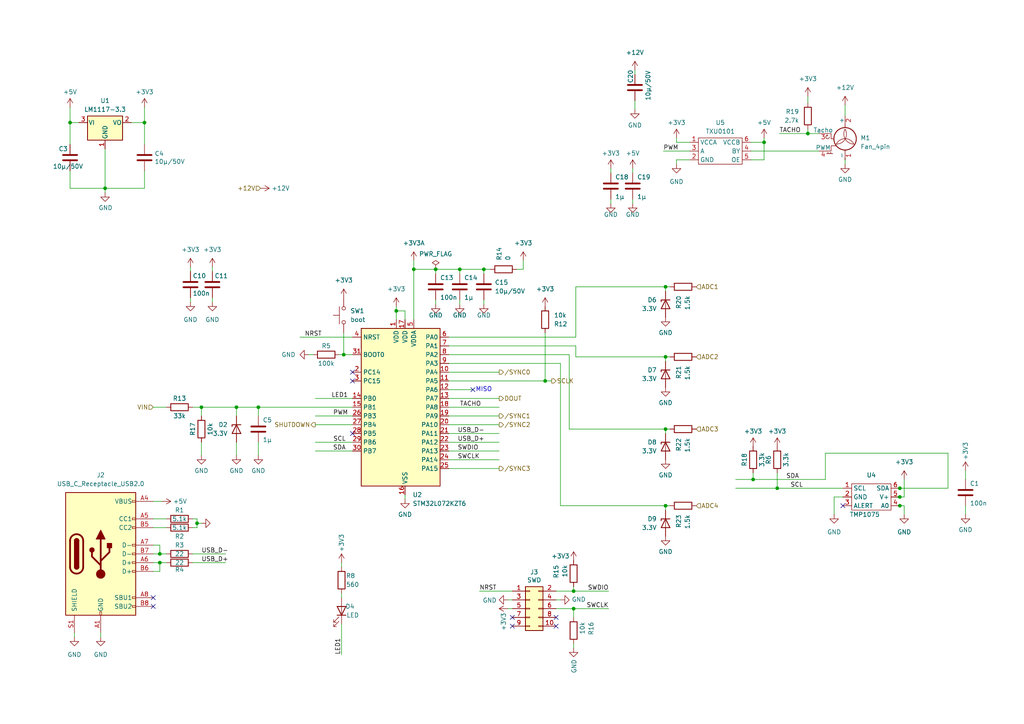
<source format=kicad_sch>
(kicad_sch (version 20250114) (generator "eeschema") (generator_version "9.0")
  (paper "A4")
  (lib_symbols
    (symbol "+3V3_1" (power) (pin_numbers (hide yes)) (pin_names (offset 0) (hide yes))
      (property "Value" "+3V3" (at 0 3.556 0))
      (symbol "+3V3_1_1_1"
        (pin power_in line (at 0 0 90) (length 0) (name "~") (number "1"))
      )
    )
    (symbol "Connector:USB_C_Receptacle_USB2.0" (pin_names (offset 1.016))
      (property "Reference" "J" (at -10.16 19.05 0))
      (property "Value" "USB_C_Receptacle_USB2.0" (at 19.05 19.05 0))
      (symbol "USB_C_Receptacle_USB2.0_1_1"
        (pin passive line (at -7.62 -22.86 90) (length 5.08) (name "SHIELD") (number "S1"))
        (pin passive line (at 0 -22.86 90) (length 5.08) (name "GND") (number "A1"))
        (pin passive line (at 0 -22.86 90) (length 5.08) (hide yes) (name "GND") (number "A12"))
        (pin passive line (at 0 -22.86 90) (length 5.08) (hide yes) (name "GND") (number "B1"))
        (pin passive line (at 0 -22.86 90) (length 5.08) (hide yes) (name "GND") (number "B12"))
        (pin passive line (at 15.24 15.24 180) (length 5.08) (name "VBUS") (number "A4"))
        (pin passive line (at 15.24 15.24 180) (length 5.08) (hide yes) (name "VBUS") (number "A9"))
        (pin passive line (at 15.24 15.24 180) (length 5.08) (hide yes) (name "VBUS") (number "B4"))
        (pin passive line (at 15.24 15.24 180) (length 5.08) (hide yes) (name "VBUS") (number "B9"))
        (pin bidirectional line (at 15.24 10.16 180) (length 5.08) (name "CC1") (number "A5"))
        (pin bidirectional line (at 15.24 7.62 180) (length 5.08) (name "CC2") (number "B5"))
        (pin bidirectional line (at 15.24 2.54 180) (length 5.08) (name "D-") (number "A7"))
        (pin bidirectional line (at 15.24 0 180) (length 5.08) (name "D-") (number "B7"))
        (pin bidirectional line (at 15.24 -2.54 180) (length 5.08) (name "D+") (number "A6"))
        (pin bidirectional line (at 15.24 -5.08 180) (length 5.08) (name "D+") (number "B6"))
        (pin bidirectional line (at 15.24 -12.7 180) (length 5.08) (name "SBU1") (number "A8"))
        (pin bidirectional line (at 15.24 -15.24 180) (length 5.08) (name "SBU2") (number "B8"))
      )
    )
    (symbol "Device:C" (pin_numbers (hide yes)) (pin_names (offset 0.254))
      (property "Reference" "C" (at 0.635 2.54 0))
      (property "Value" "C" (at 0.635 -2.54 0))
      (symbol "C_1_1"
        (pin passive line (at 0 3.81 270) (length 2.794) (name "~") (number "1"))
        (pin passive line (at 0 -3.81 90) (length 2.794) (name "~") (number "2"))
      )
    )
    (symbol "Device:D_Zener" (pin_numbers (hide yes)) (pin_names (offset 1.016) (hide yes))
      (property "Reference" "D" (at 0 2.54 0))
      (property "Value" "D_Zener" (at 0 -2.54 0))
      (symbol "D_Zener_1_1"
        (pin passive line (at -3.81 0 0) (length 2.54) (name "K") (number "1"))
        (pin passive line (at 3.81 0 180) (length 2.54) (name "A") (number "2"))
      )
    )
    (symbol "Device:LED" (pin_numbers (hide yes)) (pin_names (offset 1.016) (hide yes))
      (property "Reference" "D" (at 0 2.54 0))
      (property "Value" "LED" (at 0 -2.54 0))
      (symbol "LED_1_1"
        (pin passive line (at -3.81 0 0) (length 2.54) (name "K") (number "1"))
        (pin passive line (at 3.81 0 180) (length 2.54) (name "A") (number "2"))
      )
    )
    (symbol "Device:R" (pin_numbers (hide yes)) (pin_names (offset 0))
      (property "Reference" "R" (at 2.032 0 90))
      (property "Value" "R" (at 0 0 90))
      (symbol "R_1_1"
        (pin passive line (at 0 3.81 270) (length 1.27) (name "~") (number "1"))
        (pin passive line (at 0 -3.81 90) (length 1.27) (name "~") (number "2"))
      )
    )
    (symbol "GND_1" (power) (pin_names (offset 0))
      (property "Value" "GND_1" (at 0 -3.81 0))
      (symbol "GND_1_1_1"
        (pin power_in line (at 0 0 270) (length 0) (hide yes) (name "GND") (number "1"))
      )
    )
    (symbol "MCU_ST_STM32L0:STM32L052K6Tx"
      (property "Reference" "U" (at -10.16 24.13 0))
      (property "Value" "STM32L052K6Tx" (at 7.62 24.13 0))
      (symbol "STM32L052K6Tx_1_1"
        (pin input line (at -12.7 20.32 0) (length 2.54) (name "NRST") (number "4"))
        (pin input line (at -12.7 15.24 0) (length 2.54) (name "BOOT0") (number "31"))
        (pin bidirectional line (at -12.7 10.16 0) (length 2.54) (name "PC14") (number "2"))
        (pin bidirectional line (at -12.7 7.62 0) (length 2.54) (name "PC15") (number "3"))
        (pin bidirectional line (at -12.7 2.54 0) (length 2.54) (name "PB0") (number "14"))
        (pin bidirectional line (at -12.7 0 0) (length 2.54) (name "PB1") (number "15"))
        (pin bidirectional line (at -12.7 -2.54 0) (length 2.54) (name "PB3") (number "26"))
        (pin bidirectional line (at -12.7 -5.08 0) (length 2.54) (name "PB4") (number "27"))
        (pin bidirectional line (at -12.7 -7.62 0) (length 2.54) (name "PB5") (number "28"))
        (pin bidirectional line (at -12.7 -10.16 0) (length 2.54) (name "PB6") (number "29"))
        (pin bidirectional line (at -12.7 -12.7 0) (length 2.54) (name "PB7") (number "30"))
        (pin power_in line (at 0 25.4 270) (length 2.54) (name "VDD") (number "1"))
        (pin power_in line (at 2.54 25.4 270) (length 2.54) (name "VDD") (number "17"))
        (pin power_in line (at 2.54 -25.4 90) (length 2.54) (name "VSS") (number "16"))
        (pin passive line (at 2.54 -25.4 90) (length 2.54) (hide yes) (name "VSS") (number "32"))
        (pin power_in line (at 5.08 25.4 270) (length 2.54) (name "VDDA") (number "5"))
        (pin bidirectional line (at 15.24 20.32 180) (length 2.54) (name "PA0") (number "6"))
        (pin bidirectional line (at 15.24 17.78 180) (length 2.54) (name "PA1") (number "7"))
        (pin bidirectional line (at 15.24 15.24 180) (length 2.54) (name "PA2") (number "8"))
        (pin bidirectional line (at 15.24 12.7 180) (length 2.54) (name "PA3") (number "9"))
        (pin bidirectional line (at 15.24 10.16 180) (length 2.54) (name "PA4") (number "10"))
        (pin bidirectional line (at 15.24 7.62 180) (length 2.54) (name "PA5") (number "11"))
        (pin bidirectional line (at 15.24 5.08 180) (length 2.54) (name "PA6") (number "12"))
        (pin bidirectional line (at 15.24 2.54 180) (length 2.54) (name "PA7") (number "13"))
        (pin bidirectional line (at 15.24 0 180) (length 2.54) (name "PA8") (number "18"))
        (pin bidirectional line (at 15.24 -2.54 180) (length 2.54) (name "PA9") (number "19"))
        (pin bidirectional line (at 15.24 -5.08 180) (length 2.54) (name "PA10") (number "20"))
        (pin bidirectional line (at 15.24 -7.62 180) (length 2.54) (name "PA11") (number "21"))
        (pin bidirectional line (at 15.24 -10.16 180) (length 2.54) (name "PA12") (number "22"))
        (pin bidirectional line (at 15.24 -12.7 180) (length 2.54) (name "PA13") (number "23"))
        (pin bidirectional line (at 15.24 -15.24 180) (length 2.54) (name "PA14") (number "24"))
        (pin bidirectional line (at 15.24 -17.78 180) (length 2.54) (name "PA15") (number "25"))
      )
    )
    (symbol "Motor:Fan_4pin" (pin_names (offset 0))
      (property "Reference" "M" (at 2.54 5.08 0))
      (property "Value" "Fan_4pin" (at 2.54 -2.54 0))
      (symbol "Fan_4pin_1_1"
        (pin passive line (at -7.62 2.54 0) (length 2.54) (name "Tacho") (number "3"))
        (pin input line (at -7.62 -2.54 0) (length 2.54) (name "PWM") (number "4"))
        (pin passive line (at 0 7.62 270) (length 2.54) (name "+") (number "2"))
        (pin passive line (at 0 -5.08 90) (length 2.54) (name "-") (number "1"))
      )
    )
    (symbol "Regulator_Linear:AZ1117-3.3" (pin_names (offset 0.254))
      (property "Reference" "U" (at -3.81 3.175 0))
      (property "Value" "AZ1117-3.3" (at 0 3.175 0))
      (symbol "AZ1117-3.3_1_1"
        (pin power_in line (at -7.62 0 0) (length 2.54) (name "VI") (number "3"))
        (pin power_in line (at 0 -7.62 90) (length 2.54) (name "GND") (number "1"))
        (pin power_out line (at 7.62 0 180) (length 2.54) (name "VO") (number "2"))
      )
    )
    (symbol "Switch:SW_Push" (pin_numbers (hide yes)) (pin_names (offset 1.016) (hide yes))
      (property "Reference" "SW" (at 1.27 2.54 0))
      (property "Value" "SW_Push" (at 0 -1.524 0))
      (symbol "SW_Push_0_1"
        (pin passive line (at -5.08 0 0) (length 2.54) (name "1") (number "1"))
        (pin passive line (at 5.08 0 180) (length 2.54) (name "2") (number "2"))
      )
    )
    (symbol "clock-rescue:R" (pin_numbers (hide yes)) (pin_names (offset 0))
      (property "Reference" "R" (at 2.032 0 90))
      (property "Value" "R" (at 0 0 90))
      (symbol "R_1_1"
        (pin passive line (at 0 3.81 270) (length 1.27) (name "~") (number "1"))
        (pin passive line (at 0 -3.81 90) (length 1.27) (name "~") (number "2"))
      )
    )
    (symbol "dwc-hat-rescue:+3V3-power" (power) (pin_names (offset 0))
      (property "Value" "+3V3-power" (at 0 3.556 0))
      (symbol "+3V3-power_1_1"
        (pin power_in line (at 0 0 90) (length 0) (hide yes) (name "+3V3") (number "1"))
      )
    )
    (symbol "dwc-hat-rescue:Conn_02x05_Odd_Even-Connector_Generic" (pin_names (offset 1.016) (hide yes))
      (property "Reference" "J" (at 1.27 7.62 0))
      (property "Value" "Connector_Generic_Conn_02x05_Odd_Even" (at 1.27 -7.62 0))
      (symbol "Conn_02x05_Odd_Even-Connector_Generic_1_1"
        (pin passive line (at -5.08 5.08 0) (length 3.81) (name "Pin_1") (number "1"))
        (pin passive line (at -5.08 2.54 0) (length 3.81) (name "Pin_3") (number "3"))
        (pin passive line (at -5.08 0 0) (length 3.81) (name "Pin_5") (number "5"))
        (pin passive line (at -5.08 -2.54 0) (length 3.81) (name "Pin_7") (number "7"))
        (pin passive line (at -5.08 -5.08 0) (length 3.81) (name "Pin_9") (number "9"))
        (pin passive line (at 7.62 5.08 180) (length 3.81) (name "Pin_2") (number "2"))
        (pin passive line (at 7.62 2.54 180) (length 3.81) (name "Pin_4") (number "4"))
        (pin passive line (at 7.62 0 180) (length 3.81) (name "Pin_6") (number "6"))
        (pin passive line (at 7.62 -2.54 180) (length 3.81) (name "Pin_8") (number "8"))
        (pin passive line (at 7.62 -5.08 180) (length 3.81) (name "Pin_10") (number "10"))
      )
    )
    (symbol "dwc-hat-rescue:GND-power" (power) (pin_names (offset 0))
      (property "Value" "GND-power" (at 0 -3.81 0))
      (symbol "GND-power_1_1"
        (pin power_in line (at 0 0 270) (length 0) (hide yes) (name "GND") (number "1"))
      )
    )
    (symbol "dwc-hat-rescue:R-Device" (pin_numbers (hide yes)) (pin_names (offset 0))
      (property "Reference" "R" (at 2.032 0 90))
      (property "Value" "Device_R" (at 0 0 90))
      (symbol "R-Device_1_1"
        (pin passive line (at 0 3.81 270) (length 1.27) (name "~") (number "1"))
        (pin passive line (at 0 -3.81 90) (length 1.27) (name "~") (number "2"))
      )
    )
    (symbol "mylib7:+3V3A" (power) (pin_names (offset 0))
      (property "Value" "+3V3A" (at 0 3.556 0))
      (symbol "+3V3A_1_1"
        (pin power_in line (at 0 0 90) (length 0) (hide yes) (name "+3V3A") (number "1"))
      )
    )
    (symbol "mylib7:TMP1075-DRL-SOT563"
      (property "Reference" "U" (at -5.08 5.08 0))
      (symbol "TMP1075-DRL-SOT563_1_1"
        (pin open_collector line (at -8.89 2.54 0) (length 2.54) (name "SCL") (number "1"))
        (pin power_in line (at -8.89 0 0) (length 2.54) (name "GND") (number "2"))
        (pin open_collector line (at -8.89 -2.54 0) (length 2.54) (name "ALERT") (number "3"))
        (pin open_collector line (at 7.62 2.54 180) (length 2.54) (name "SDA") (number "6"))
        (pin power_in line (at 7.62 0 180) (length 2.54) (name "V+") (number "5"))
        (pin input line (at 7.62 -2.54 180) (length 2.54) (name "A0") (number "4"))
      )
    )
    (symbol "mylib7:TXU0101DCK"
      (property "Reference" "U" (at -5.08 5.08 0))
      (property "Value" "TXU0101" (at -1.27 -5.08 0))
      (symbol "TXU0101DCK_1_1"
        (pin power_in line (at -8.89 2.54 0) (length 2.54) (name "VCCA") (number "1"))
        (pin input line (at -8.89 0 0) (length 2.54) (name "A") (number "3"))
        (pin power_in line (at -8.89 -2.54 0) (length 2.54) (name "GND") (number "2"))
        (pin power_in line (at 8.89 2.54 180) (length 2.54) (name "VCCB") (number "6"))
        (pin output line (at 8.89 0 180) (length 2.54) (name "BY") (number "4"))
        (pin input line (at 8.89 -2.54 180) (length 2.54) (name "OE") (number "5"))
      )
    )
    (symbol "power:+12V" (power) (pin_names (offset 0))
      (property "Value" "+12V" (at 0 3.556 0))
      (symbol "+12V_1_1"
        (pin power_in line (at 0 0 90) (length 0) (hide yes) (name "+12V") (number "1"))
      )
    )
    (symbol "power:+3V3" (power) (pin_names (offset 0))
      (property "Value" "+3V3" (at 0 3.556 0))
      (symbol "+3V3_1_1"
        (pin power_in line (at 0 0 90) (length 0) (hide yes) (name "+3V3") (number "1"))
      )
    )
    (symbol "power:+5V" (power) (pin_names (offset 0))
      (property "Value" "+5V" (at 0 3.556 0))
      (symbol "+5V_1_1"
        (pin power_in line (at 0 0 90) (length 0) (hide yes) (name "+5V") (number "1"))
      )
    )
    (symbol "power:GND" (power) (pin_names (offset 0))
      (property "Value" "GND" (at 0 -3.81 0))
      (symbol "GND_1_1"
        (pin power_in line (at 0 0 270) (length 0) (hide yes) (name "GND") (number "1"))
      )
    )
    (symbol "power:PWR_FLAG" (power) (pin_numbers (hide yes)) (pin_names (offset 0) (hide yes))
      (property "Value" "PWR_FLAG" (at 0 3.81 0))
      (symbol "PWR_FLAG_0_0"
        (pin power_out line (at 0 0 90) (length 0) (name "~") (number "1"))
      )
    )
    (symbol "vfd1-rescue:C" (pin_numbers (hide yes)) (pin_names (offset 0.254))
      (property "Reference" "C" (at 0.635 2.54 0))
      (property "Value" "C" (at 0.635 -2.54 0))
      (symbol "C_1_1"
        (pin passive line (at 0 3.81 270) (length 2.794) (name "~") (number "1"))
        (pin passive line (at 0 -3.81 90) (length 2.794) (name "~") (number "2"))
      )
    )
  )
  (text "MISO" (at 140.335 113.03 0) (effects (font (size 1.27 1.27))))
  (junction (at 158.115 110.49))
  (junction (at 140.335 78.105))
  (junction (at 221.615 41.275))
  (junction (at 126.365 78.105))
  (junction (at 260.985 141.605))
  (junction (at 193.04 124.46))
  (junction (at 166.37 171.45))
  (junction (at 218.44 139.065))
  (junction (at 114.935 90.17))
  (junction (at 58.42 118.11))
  (junction (at 193.04 146.685))
  (junction (at 46.355 160.655))
  (junction (at 193.04 83.185))
  (junction (at 133.35 78.105))
  (junction (at 234.315 38.735))
  (junction (at 57.15 151.765))
  (junction (at 166.37 176.53))
  (junction (at 193.04 103.505))
  (junction (at 30.48 54.61))
  (junction (at 225.425 141.605))
  (junction (at 260.985 146.685))
  (junction (at 20.32 35.56))
  (junction (at 120.015 78.105))
  (junction (at 46.355 163.195))
  (junction (at 41.91 35.56))
  (junction (at 260.985 144.145))
  (junction (at 68.58 118.11))
  (junction (at 99.695 102.87))
  (junction (at 74.93 118.11))
  (no_connect (at 137.16 113.03))
  (no_connect (at 148.59 181.61))
  (no_connect (at 161.29 181.61))
  (no_connect (at 161.29 179.07))
  (no_connect (at 44.45 175.895))
  (no_connect (at 102.235 107.95))
  (no_connect (at 44.45 173.355))
  (no_connect (at 244.475 146.685))
  (no_connect (at 148.59 179.07))
  (no_connect (at 102.235 125.73))
  (no_connect (at 102.235 110.49))
  (wire (pts (xy 41.91 35.56) (xy 41.91 41.91)))
  (wire (pts (xy 74.93 128.27) (xy 74.93 132.08)))
  (wire (pts (xy 193.04 146.685) (xy 194.31 146.685)))
  (wire (pts (xy 30.48 43.18) (xy 30.48 54.61)))
  (wire (pts (xy 99.06 172.085) (xy 99.06 173.355)))
  (wire (pts (xy 177.165 48.895) (xy 177.165 50.165)))
  (wire (pts (xy 117.475 143.51) (xy 117.475 144.78)))
  (wire (pts (xy 68.58 128.27) (xy 68.58 132.08)))
  (wire (pts (xy 61.595 86.36) (xy 61.595 87.63)))
  (wire (pts (xy 259.715 144.145) (xy 260.985 144.145)))
  (wire (pts (xy 177.165 57.785) (xy 177.165 59.055)))
  (wire (pts (xy 20.32 35.56) (xy 22.86 35.56)))
  (wire (pts (xy 192.405 43.815) (xy 200.025 43.815)))
  (wire (pts (xy 57.15 151.765) (xy 58.42 151.765)))
  (wire (pts (xy 167.005 103.505) (xy 193.04 103.505)))
  (wire (pts (xy 30.48 54.61) (xy 41.91 54.61)))
  (wire (pts (xy 151.765 75.565) (xy 151.765 78.105)))
  (wire (pts (xy 193.04 84.455) (xy 193.04 83.185)))
  (wire (pts (xy 91.44 130.81) (xy 102.235 130.81)))
  (wire (pts (xy 86.995 97.79) (xy 102.235 97.79)))
  (wire (pts (xy 44.45 150.495) (xy 48.26 150.495)))
  (wire (pts (xy 58.42 118.11) (xy 68.58 118.11)))
  (wire (pts (xy 130.175 113.03) (xy 137.16 113.03)))
  (wire (pts (xy 46.355 160.655) (xy 44.45 160.655)))
  (wire (pts (xy 176.53 171.45) (xy 166.37 171.45)))
  (wire (pts (xy 166.37 176.53) (xy 161.29 176.53)))
  (wire (pts (xy 183.515 48.895) (xy 183.515 50.165)))
  (wire (pts (xy 193.04 104.775) (xy 193.04 103.505)))
  (wire (pts (xy 193.04 125.73) (xy 193.04 124.46)))
  (wire (pts (xy 167.005 83.185) (xy 193.04 83.185)))
  (wire (pts (xy 234.315 27.94) (xy 234.315 29.845)))
  (wire (pts (xy 130.175 125.73) (xy 144.78 125.73)))
  (wire (pts (xy 74.93 118.11) (xy 74.93 120.65)))
  (wire (pts (xy 120.015 78.105) (xy 126.365 78.105)))
  (wire (pts (xy 217.805 43.815) (xy 237.49 43.815)))
  (wire (pts (xy 29.21 183.515) (xy 29.21 184.785)))
  (wire (pts (xy 130.175 130.81) (xy 144.78 130.81)))
  (wire (pts (xy 74.93 118.11) (xy 102.235 118.11)))
  (wire (pts (xy 58.42 128.27) (xy 58.42 132.08)))
  (wire (pts (xy 126.365 78.105) (xy 133.35 78.105)))
  (wire (pts (xy 184.15 20.32) (xy 184.15 21.59)))
  (wire (pts (xy 99.06 180.975) (xy 99.06 189.865)))
  (wire (pts (xy 20.32 31.115) (xy 20.32 35.56)))
  (wire (pts (xy 130.175 120.65) (xy 144.78 120.65)))
  (wire (pts (xy 280.035 146.685) (xy 280.035 149.225)))
  (wire (pts (xy 245.11 30.48) (xy 245.11 33.655)))
  (wire (pts (xy 166.37 171.45) (xy 161.29 171.45)))
  (wire (pts (xy 126.365 78.105) (xy 126.365 79.375)))
  (wire (pts (xy 99.06 163.195) (xy 99.06 164.465)))
  (wire (pts (xy 158.115 96.52) (xy 158.115 110.49)))
  (wire (pts (xy 133.35 78.105) (xy 133.35 79.375)))
  (wire (pts (xy 130.175 128.27) (xy 144.78 128.27)))
  (wire (pts (xy 91.44 123.19) (xy 102.235 123.19)))
  (wire (pts (xy 99.695 102.87) (xy 102.235 102.87)))
  (wire (pts (xy 193.04 147.955) (xy 193.04 146.685)))
  (wire (pts (xy 120.015 75.565) (xy 120.015 78.105)))
  (wire (pts (xy 196.215 46.355) (xy 200.025 46.355)))
  (wire (pts (xy 21.59 183.515) (xy 21.59 184.785)))
  (wire (pts (xy 55.245 77.47) (xy 55.245 78.74)))
  (wire (pts (xy 196.215 41.275) (xy 200.025 41.275)))
  (wire (pts (xy 130.175 123.19) (xy 144.78 123.19)))
  (wire (pts (xy 184.15 29.21) (xy 184.15 31.75)))
  (wire (pts (xy 99.695 96.52) (xy 99.695 102.87)))
  (wire (pts (xy 126.365 86.995) (xy 126.365 88.265)))
  (wire (pts (xy 91.44 128.27) (xy 102.235 128.27)))
  (wire (pts (xy 117.475 92.71) (xy 117.475 90.17)))
  (wire (pts (xy 55.245 86.36) (xy 55.245 87.63)))
  (wire (pts (xy 133.35 86.995) (xy 133.35 88.265)))
  (wire (pts (xy 139.065 171.45) (xy 148.59 171.45)))
  (wire (pts (xy 55.88 150.495) (xy 57.15 150.495)))
  (wire (pts (xy 57.15 153.035) (xy 55.88 153.035)))
  (wire (pts (xy 262.255 144.145) (xy 262.255 139.065)))
  (wire (pts (xy 20.32 54.61) (xy 30.48 54.61)))
  (wire (pts (xy 147.32 176.53) (xy 148.59 176.53)))
  (wire (pts (xy 241.935 144.145) (xy 241.935 149.225)))
  (wire (pts (xy 193.04 124.46) (xy 194.31 124.46)))
  (wire (pts (xy 44.45 163.195) (xy 46.355 163.195)))
  (wire (pts (xy 55.88 118.11) (xy 58.42 118.11)))
  (wire (pts (xy 151.765 78.105) (xy 149.86 78.105)))
  (wire (pts (xy 167.005 83.185) (xy 167.005 97.79)))
  (wire (pts (xy 57.15 150.495) (xy 57.15 151.765)))
  (wire (pts (xy 46.355 163.195) (xy 46.355 165.735)))
  (wire (pts (xy 274.955 141.605) (xy 274.955 131.445)))
  (wire (pts (xy 140.335 78.105) (xy 142.24 78.105)))
  (wire (pts (xy 259.715 141.605) (xy 260.985 141.605)))
  (wire (pts (xy 20.32 41.91) (xy 20.32 35.56)))
  (wire (pts (xy 55.88 160.655) (xy 65.405 160.655)))
  (wire (pts (xy 41.91 54.61) (xy 41.91 49.53)))
  (wire (pts (xy 89.535 102.87) (xy 90.805 102.87)))
  (wire (pts (xy 38.1 35.56) (xy 41.91 35.56)))
  (wire (pts (xy 183.515 57.785) (xy 183.515 59.055)))
  (wire (pts (xy 213.36 141.605) (xy 225.425 141.605)))
  (wire (pts (xy 217.805 41.275) (xy 221.615 41.275)))
  (wire (pts (xy 213.36 139.065) (xy 218.44 139.065)))
  (wire (pts (xy 91.44 115.57) (xy 102.235 115.57)))
  (wire (pts (xy 147.32 173.99) (xy 148.59 173.99)))
  (wire (pts (xy 193.04 103.505) (xy 194.31 103.505)))
  (wire (pts (xy 46.355 163.195) (xy 48.26 163.195)))
  (wire (pts (xy 91.44 120.65) (xy 102.235 120.65)))
  (wire (pts (xy 55.88 163.195) (xy 65.405 163.195)))
  (wire (pts (xy 260.985 146.685) (xy 259.715 146.685)))
  (wire (pts (xy 226.06 38.735) (xy 234.315 38.735)))
  (wire (pts (xy 225.425 137.16) (xy 225.425 141.605)))
  (wire (pts (xy 162.56 146.685) (xy 162.56 105.41)))
  (wire (pts (xy 234.315 38.735) (xy 237.49 38.735)))
  (wire (pts (xy 46.355 165.735) (xy 44.45 165.735)))
  (wire (pts (xy 130.175 135.89) (xy 144.78 135.89)))
  (wire (pts (xy 217.805 46.355) (xy 221.615 46.355)))
  (wire (pts (xy 130.175 133.35) (xy 144.78 133.35)))
  (wire (pts (xy 130.175 107.95) (xy 144.78 107.95)))
  (wire (pts (xy 68.58 118.11) (xy 74.93 118.11)))
  (wire (pts (xy 68.58 118.11) (xy 68.58 120.65)))
  (wire (pts (xy 140.335 78.105) (xy 140.335 79.375)))
  (wire (pts (xy 130.175 115.57) (xy 144.78 115.57)))
  (wire (pts (xy 117.475 90.17) (xy 114.935 90.17)))
  (wire (pts (xy 225.425 141.605) (xy 244.475 141.605)))
  (wire (pts (xy 44.45 153.035) (xy 48.26 153.035)))
  (wire (pts (xy 218.44 139.065) (xy 239.395 139.065)))
  (wire (pts (xy 30.48 54.61) (xy 30.48 55.88)))
  (wire (pts (xy 244.475 144.145) (xy 241.935 144.145)))
  (wire (pts (xy 262.255 146.685) (xy 260.985 146.685)))
  (wire (pts (xy 274.955 131.445) (xy 239.395 131.445)))
  (wire (pts (xy 20.32 54.61) (xy 20.32 49.53)))
  (wire (pts (xy 260.985 141.605) (xy 274.955 141.605)))
  (wire (pts (xy 158.115 110.49) (xy 160.02 110.49)))
  (wire (pts (xy 58.42 118.11) (xy 58.42 120.65)))
  (wire (pts (xy 166.37 186.69) (xy 166.37 187.96)))
  (wire (pts (xy 130.175 110.49) (xy 158.115 110.49)))
  (wire (pts (xy 162.56 173.99) (xy 161.29 173.99)))
  (wire (pts (xy 234.315 37.465) (xy 234.315 38.735)))
  (wire (pts (xy 46.355 160.655) (xy 48.26 160.655)))
  (wire (pts (xy 114.935 90.17) (xy 114.935 92.71)))
  (wire (pts (xy 114.935 88.9) (xy 114.935 90.17)))
  (wire (pts (xy 133.35 78.105) (xy 140.335 78.105)))
  (wire (pts (xy 130.175 105.41) (xy 162.56 105.41)))
  (wire (pts (xy 262.255 149.225) (xy 262.255 146.685)))
  (wire (pts (xy 165.1 124.46) (xy 165.1 102.87)))
  (wire (pts (xy 130.175 97.79) (xy 167.005 97.79)))
  (wire (pts (xy 245.11 46.355) (xy 245.11 47.625)))
  (wire (pts (xy 140.335 86.995) (xy 140.335 88.265)))
  (wire (pts (xy 120.015 78.105) (xy 120.015 92.71)))
  (wire (pts (xy 165.1 124.46) (xy 193.04 124.46)))
  (wire (pts (xy 166.37 170.18) (xy 166.37 171.45)))
  (wire (pts (xy 98.425 102.87) (xy 99.695 102.87)))
  (wire (pts (xy 260.985 144.145) (xy 262.255 144.145)))
  (wire (pts (xy 176.53 176.53) (xy 166.37 176.53)))
  (wire (pts (xy 44.45 118.11) (xy 48.26 118.11)))
  (wire (pts (xy 167.005 103.505) (xy 167.005 100.33)))
  (wire (pts (xy 193.04 83.185) (xy 194.31 83.185)))
  (wire (pts (xy 41.91 31.115) (xy 41.91 35.56)))
  (wire (pts (xy 44.45 145.415) (xy 46.99 145.415)))
  (wire (pts (xy 162.56 146.685) (xy 193.04 146.685)))
  (wire (pts (xy 239.395 131.445) (xy 239.395 139.065)))
  (wire (pts (xy 218.44 137.16) (xy 218.44 139.065)))
  (wire (pts (xy 57.15 151.765) (xy 57.15 153.035)))
  (wire (pts (xy 221.615 46.355) (xy 221.615 41.275)))
  (wire (pts (xy 196.215 40.005) (xy 196.215 41.275)))
  (wire (pts (xy 130.175 102.87) (xy 165.1 102.87)))
  (wire (pts (xy 221.615 41.275) (xy 221.615 40.005)))
  (wire (pts (xy 130.175 118.11) (xy 144.78 118.11)))
  (wire (pts (xy 46.355 158.115) (xy 46.355 160.655)))
  (wire (pts (xy 44.45 158.115) (xy 46.355 158.115)))
  (wire (pts (xy 196.215 47.625) (xy 196.215 46.355)))
  (wire (pts (xy 130.175 100.33) (xy 167.005 100.33)))
  (wire (pts (xy 61.595 77.47) (xy 61.595 78.74)))
  (wire (pts (xy 280.035 136.525) (xy 280.035 139.065)))
  (wire (pts (xy 166.37 179.07) (xy 166.37 176.53)))
  (label "SWDIO" (at 132.715 130.81 0))
  (label "USB_D-" (at 58.42 160.655 0))
  (label "SDA" (at 231.775 139.065 180))
  (label "NRST" (at 93.345 97.79 180))
  (label "TACHO" (at 226.06 38.735 0))
  (label "SCL" (at 100.33 128.27 180))
  (label "USB_D-" (at 132.715 125.73 0))
  (label "SCL" (at 229.235 141.605 0))
  (label "USB_D+" (at 132.715 128.27 0))
  (label "NRST" (at 139.065 171.45 0))
  (label "SDA" (at 100.33 130.81 180))
  (label "SWCLK" (at 176.53 176.53 180))
  (label "USB_D+" (at 58.42 163.195 0))
  (label "TACHO" (at 133.35 118.11 0))
  (label "LED1" (at 100.965 115.57 180))
  (label "SWDIO" (at 176.53 171.45 180))
  (label "PWM" (at 100.965 120.65 180))
  (label "LED1" (at 99.06 189.865 90))
  (label "PWM" (at 192.405 43.815 0))
  (label "SWCLK" (at 132.715 133.35 0))
  (hierarchical_label "+12V" (shape input) (at 75.565 54.61 180))
  (hierarchical_label "VIN" (shape input) (at 44.45 118.11 180))
  (hierarchical_label "SHUTDOWN" (shape output) (at 91.44 123.19 180))
  (hierarchical_label "ADC2" (shape input) (at 201.93 103.505 0))
  (hierarchical_label "SCLK" (shape output) (at 160.02 110.49 0))
  (hierarchical_label "ADC4" (shape input) (at 201.93 146.685 0))
  (hierarchical_label "DOUT" (shape output) (at 144.78 115.57 0))
  (hierarchical_label "{slash}SYNC1" (shape output) (at 144.78 120.65 0))
  (hierarchical_label "{slash}SYNC2" (shape output) (at 144.78 123.19 0))
  (hierarchical_label "{slash}SYNC0" (shape output) (at 144.78 107.95 0))
  (hierarchical_label "{slash}SYNC3" (shape output) (at 144.78 135.89 0))
  (hierarchical_label "ADC1" (shape input) (at 201.93 83.185 0))
  (hierarchical_label "ADC3" (shape input) (at 201.93 124.46 0))
  (symbol (lib_id "power:+3V3") (at 262.255 139.065 0) (unit 1)
    (property "Reference" "#PWR014" (effects (hide yes)))
    (property "Value" "+3V3" (at 262.255 133.985 0))
  )
  (symbol (lib_id "power:+12V") (at 75.565 54.61 270) (unit 1)
    (property "Reference" "#PWR056" (effects (hide yes)))
    (property "Value" "+12V" (at 78.74 54.6099 90) (effects (justify left)))
  )
  (symbol (lib_id "Switch:SW_Push") (at 99.695 91.44 90) (unit 1)
    (property "Reference" "SW1" (at 101.6 90.17 90) (effects (justify right)))
    (property "Value" "boot" (at 101.6 92.71 90) (effects (justify right)))
    (property "Footprint" "Button_Switch_SMD:SW_Push_1P1T_NO_CK_KMR2" (effects (hide yes)))
    (property "Distributor" "D" (effects (hide yes)))
    (property "Manufacturer" "KMR231NG ULC LFS" (effects (hide yes)))
    (property "OrderNr" "CKN10284CT-ND" (effects (hide yes)))
  )
  (symbol (lib_id "Device:D_Zener") (at 68.58 124.46 90) (mirror x) (unit 1)
    (property "Reference" "D2" (at 66.04 123.19 90) (effects (justify left)))
    (property "Value" "3.3V" (at 66.04 125.73 90) (effects (justify left)))
    (property "Footprint" "Diode_SMD:D_MiniMELF" (effects (hide yes)))
    (property "Distributor" "D" (effects (hide yes)))
    (property "Manufacturer" "BZV55-C3V6,115" (effects (hide yes)))
    (property "OrderNr" "1727-3631-1-ND" (effects (hide yes)))
  )
  (symbol (lib_name "GND_1") (lib_id "power:GND") (at 241.935 149.225 0) (unit 1)
    (property "Reference" "#PWR013" (effects (hide yes)))
    (property "Value" "GND" (at 241.935 154.305 0))
  )
  (symbol (lib_id "Device:D_Zener") (at 193.04 129.54 90) (mirror x) (unit 1)
    (property "Reference" "D8" (at 190.5 128.27 90) (effects (justify left)))
    (property "Value" "3.3V" (at 190.5 130.81 90) (effects (justify left)))
    (property "Footprint" "Diode_SMD:D_MiniMELF" (effects (hide yes)))
    (property "Distributor" "D" (effects (hide yes)))
    (property "Manufacturer" "BZV55-C3V6,115" (effects (hide yes)))
    (property "OrderNr" "1727-3631-1-ND" (effects (hide yes)))
  )
  (symbol (lib_id "power:+5V") (at 221.615 40.005 0) (unit 1)
    (property "Reference" "#PWR061" (effects (hide yes)))
    (property "Value" "+5V" (at 221.615 35.56 0))
  )
  (symbol (lib_id "dwc-hat-rescue:R-Device") (at 166.37 182.88 180) (unit 1)
    (property "Reference" "R16" (at 171.45 180.34 90) (effects (justify left)))
    (property "Value" "10k" (at 168.91 180.34 90) (effects (justify left)))
    (property "Footprint" "Resistor_SMD:R_0805_2012Metric" (effects (hide yes)))
  )
  (symbol (lib_name "+3V3_1") (lib_id "power:+3V3") (at 218.44 129.54 0) (unit 1)
    (property "Reference" "#PWR022" (effects (hide yes)))
    (property "Value" "+3V3" (at 218.44 125.095 0))
    (property "Description" "Power symbol creates a global label with name \"+3V3\"" (effects (hide yes)))
  )
  (symbol (lib_id "power:PWR_FLAG") (at 126.365 78.105 0) (unit 1)
    (property "Reference" "#FLG01" (effects (hide yes)))
    (property "Value" "PWR_FLAG" (at 126.365 73.66 0))
    (property "Description" "Special symbol for telling ERC where power comes from" (effects (hide yes)))
  )
  (symbol (lib_id "power:+12V") (at 184.15 20.32 0) (unit 1)
    (property "Reference" "#PWR048" (effects (hide yes)))
    (property "Value" "+12V" (at 184.15 15.24 0))
  )
  (symbol (lib_id "power:+3V3") (at 99.695 86.36 0) (mirror y) (unit 1)
    (property "Reference" "#PWR09" (effects (hide yes)))
    (property "Value" "+3V3" (at 99.695 81.28 0))
  )
  (symbol (lib_id "power:GND") (at 133.35 88.265 0) (unit 1)
    (property "Reference" "#PWR037" (effects (hide yes)))
    (property "Value" "GND" (at 133.35 91.44 0))
  )
  (symbol (lib_id "power:GND") (at 193.04 155.575 0) (unit 1)
    (property "Reference" "#PWR068" (effects (hide yes)))
    (property "Value" "GND" (at 193.04 160.02 0))
  )
  (symbol (lib_id "power:GND") (at 55.245 87.63 0) (unit 1)
    (property "Reference" "#PWR021" (effects (hide yes)))
    (property "Value" "GND" (at 55.245 92.71 0))
  )
  (symbol (lib_id "dwc-hat-rescue:GND-power") (at 166.37 187.96 0) (unit 1)
    (property "Reference" "#PWR045" (effects (hide yes)))
    (property "Value" "GND" (at 166.497 191.2112 90) (effects (justify right)))
  )
  (symbol (lib_id "power:GND") (at 21.59 184.785 0) (unit 1)
    (property "Reference" "#PWR03" (effects (hide yes)))
    (property "Value" "GND" (at 21.59 189.865 0))
  )
  (symbol (lib_id "power:GND") (at 68.58 132.08 0) (unit 1)
    (property "Reference" "#PWR058" (effects (hide yes)))
    (property "Value" "GND" (at 68.58 136.525 0))
  )
  (symbol (lib_id "Connector:USB_C_Receptacle_USB2.0") (at 29.21 160.655 0) (unit 1)
    (property "Reference" "J2" (at 29.21 137.795 0))
    (property "Value" "USB_C_Receptacle_USB2.0" (at 29.21 140.335 0))
    (property "Footprint" "Connector_USB:USB_C_Receptacle_GCT_USB4105-xx-A_16P_TopMnt_Horizontal" (effects (hide yes)))
    (property "Datasheet" "https://www.usb.org/sites/default/files/documents/usb_type-c.zip" (effects (hide yes)))
    (property "Distributor" "D" (effects (hide yes)))
    (property "Manufacturer" "USB4105-GF-A" (effects (hide yes)))
    (property "OrderNr" "2073-USB4105-GF-ACT-ND" (effects (hide yes)))
  )
  (symbol (lib_id "power:GND") (at 280.035 149.225 0) (mirror y) (unit 1)
    (property "Reference" "#PWR018" (effects (hide yes)))
    (property "Value" "GND" (at 280.035 153.67 0))
  )
  (symbol (lib_id "power:GND") (at 245.11 47.625 0) (unit 1)
    (property "Reference" "#PWR064" (effects (hide yes)))
    (property "Value" "GND" (at 245.11 52.07 0))
  )
  (symbol (lib_id "Device:R") (at 158.115 92.71 0) (mirror x) (unit 1)
    (property "Reference" "R12" (at 160.655 93.98 0) (effects (justify left)))
    (property "Value" "10k" (at 160.655 91.44 0) (effects (justify left)))
    (property "Footprint" "Resistor_SMD:R_0805_2012Metric" (effects (hide yes)))
  )
  (symbol (lib_id "MCU_ST_STM32L0:STM32L052K6Tx") (at 114.935 118.11 0) (unit 1)
    (property "Reference" "U2" (at 119.6691 143.51 0) (effects (justify left)))
    (property "Value" "STM32L072KZT6" (at 119.6691 146.05 0) (effects (justify left)))
    (property "Footprint" "Package_QFP:LQFP-32_7x7mm_P0.8mm" (effects (hide yes)))
    (property "Distributor" "D" (effects (hide yes)))
    (property "Manufacturer" "STM32L072KZT6" (effects (hide yes)))
    (property "OrderNr" "497-19668-ND" (effects (hide yes)))
  )
  (symbol (lib_name "GND_1") (lib_id "power:GND") (at 196.215 47.625 0) (unit 1)
    (property "Reference" "#PWR052" (effects (hide yes)))
    (property "Value" "GND" (at 196.215 52.705 0))
  )
  (symbol (lib_id "Device:C") (at 74.93 124.46 0) (unit 1)
    (property "Reference" "C5" (at 76.2 122.555 0) (effects (justify left bottom)))
    (property "Value" "1µ" (at 76.2 128.27 0) (effects (justify left bottom)))
    (property "Footprint" "Capacitor_SMD:C_0805_2012Metric" (effects (hide yes)))
  )
  (symbol (lib_id "power:+3V3") (at 41.91 31.115 0) (unit 1)
    (property "Reference" "#PWR015" (effects (hide yes)))
    (property "Value" "+3V3" (at 41.91 26.67 0))
  )
  (symbol (lib_id "Device:R") (at 146.05 78.105 90) (unit 1)
    (property "Reference" "R14" (at 144.78 75.565 0) (effects (justify left)))
    (property "Value" "0" (at 147.32 75.565 0) (effects (justify left)))
    (property "Footprint" "Resistor_SMD:R_0805_2012Metric" (effects (hide yes)))
  )
  (symbol (lib_id "Device:D_Zener") (at 193.04 88.265 90) (mirror x) (unit 1)
    (property "Reference" "D6" (at 190.5 86.995 90) (effects (justify left)))
    (property "Value" "3.3V" (at 190.5 89.535 90) (effects (justify left)))
    (property "Footprint" "Diode_SMD:D_MiniMELF" (effects (hide yes)))
    (property "Distributor" "D" (effects (hide yes)))
    (property "Manufacturer" "BZV55-C3V6,115" (effects (hide yes)))
    (property "OrderNr" "1727-3631-1-ND" (effects (hide yes)))
  )
  (symbol (lib_id "power:GND") (at 184.15 31.75 0) (unit 1)
    (property "Reference" "#PWR049" (effects (hide yes)))
    (property "Value" "GND" (at 184.15 36.322 0))
  )
  (symbol (lib_id "mylib7:TXU0101DCK") (at 208.915 43.815 0) (unit 1)
    (property "Reference" "U5" (at 208.915 35.56 0))
    (property "Value" "TXU0101" (at 208.915 38.1 0))
    (property "Footprint" "Package_TO_SOT_SMD:SOT-363_SC-70-6" (effects (hide yes)))
    (property "Distributor" "D" (effects (hide yes)))
    (property "Manufacturer" "TXU0101DCKR" (effects (hide yes)))
    (property "OrderNr" "296-TXU0101DCKRCT-ND" (effects (hide yes)))
  )
  (symbol (lib_id "Device:C") (at 20.32 45.72 0) (mirror y) (unit 1)
    (property "Reference" "C3" (at 19.685 43.18 0) (effects (justify left)))
    (property "Value" "10µ/50V" (at 24.13 48.26 0) (effects (justify left)))
    (property "Footprint" "Capacitor_SMD:C_1206_3216Metric" (effects (hide yes)))
  )
  (symbol (lib_id "power:+3V3") (at 158.115 88.9 0) (unit 1)
    (property "Reference" "#PWR060" (effects (hide yes)))
    (property "Value" "+3V3" (at 158.115 83.82 0))
  )
  (symbol (lib_id "power:+3V3") (at 151.765 75.565 0) (unit 1)
    (property "Reference" "#PWR041" (effects (hide yes)))
    (property "Value" "+3V3" (at 151.765 70.485 0))
  )
  (symbol (lib_id "power:GND") (at 140.335 88.265 0) (unit 1)
    (property "Reference" "#PWR038" (effects (hide yes)))
    (property "Value" "GND" (at 140.335 91.44 0))
  )
  (symbol (lib_id "Device:C") (at 41.91 45.72 0) (unit 1)
    (property "Reference" "C4" (at 44.831 44.5516 0) (effects (justify left)))
    (property "Value" "10µ/50V" (at 44.831 46.863 0) (effects (justify left)))
    (property "Footprint" "Capacitor_SMD:C_1206_3216Metric" (effects (hide yes)))
  )
  (symbol (lib_id "power:GND") (at 193.04 133.35 0) (unit 1)
    (property "Reference" "#PWR067" (effects (hide yes)))
    (property "Value" "GND" (at 193.04 137.795 0))
  )
  (symbol (lib_id "Device:C") (at 280.035 142.875 0) (unit 1)
    (property "Reference" "C1" (at 281.305 140.97 0) (effects (justify left bottom)))
    (property "Value" "100n" (at 281.305 146.685 0) (effects (justify left bottom)))
    (property "Footprint" "Capacitor_SMD:C_0603_1608Metric" (effects (hide yes)))
  )
  (symbol (lib_id "power:GND") (at 29.21 184.785 0) (unit 1)
    (property "Reference" "#PWR06" (effects (hide yes)))
    (property "Value" "GND" (at 29.21 189.865 0))
  )
  (symbol (lib_id "power:+5V") (at 46.99 145.415 270) (unit 1)
    (property "Reference" "#PWR019" (effects (hide yes)))
    (property "Value" "+5V" (at 50.165 145.4149 90) (effects (justify left)))
  )
  (symbol (lib_id "Regulator_Linear:AZ1117-3.3") (at 30.48 35.56 0) (unit 1)
    (property "Reference" "U1" (at 30.48 29.21 0))
    (property "Value" "LM1117-3.3" (at 30.48 31.75 0))
    (property "Footprint" "Package_TO_SOT_SMD:SOT-223-3_TabPin2" (effects (hide yes)))
    (property "Datasheet" "https://www.diodes.com/assets/Datasheets/AZ1117.pdf" (effects (hide yes)))
    (property "Distributor" "D" (effects (hide yes)))
    (property "Manufacturer" "LM1117MPX-33NOPB" (effects (hide yes)))
    (property "OrderNr" "488-LM1117MPX-33NOPBCT-ND" (effects (hide yes)))
  )
  (symbol (lib_id "Device:R") (at 218.44 133.35 180) (unit 1)
    (property "Reference" "R18" (at 215.9 133.35 90))
    (property "Value" "3.3k" (at 220.98 133.35 90))
    (property "Footprint" "Resistor_SMD:R_0805_2012Metric" (effects (hide yes)))
  )
  (symbol (lib_id "Device:R") (at 99.06 168.275 0) (unit 1)
    (property "Reference" "R8" (at 100.33 167.005 0) (effects (justify left)))
    (property "Value" "560" (at 100.33 169.545 0) (effects (justify left)))
    (property "Footprint" "Resistor_SMD:R_0805_2012Metric" (effects (hide yes)))
  )
  (symbol (lib_id "Device:C") (at 183.515 53.975 0) (unit 1)
    (property "Reference" "C19" (at 184.785 52.07 0) (effects (justify left bottom)))
    (property "Value" "1µ" (at 184.785 57.785 0) (effects (justify left bottom)))
    (property "Footprint" "Capacitor_SMD:C_0805_2012Metric" (effects (hide yes)))
  )
  (symbol (lib_id "power:GND") (at 183.515 59.055 0) (unit 1)
    (property "Reference" "#PWR055" (effects (hide yes)))
    (property "Value" "GND" (at 183.515 62.23 0))
  )
  (symbol (lib_id "power:+3V3") (at 114.935 88.9 0) (mirror y) (unit 1)
    (property "Reference" "#PWR029" (effects (hide yes)))
    (property "Value" "+3V3" (at 114.935 83.82 0))
  )
  (symbol (lib_id "power:GND") (at 74.93 132.08 0) (unit 1)
    (property "Reference" "#PWR057" (effects (hide yes)))
    (property "Value" "GND" (at 74.93 136.525 0))
  )
  (symbol (lib_id "Device:R") (at 198.12 124.46 90) (mirror x) (unit 1)
    (property "Reference" "R22" (at 196.85 127 0) (effects (justify left)))
    (property "Value" "1.5k" (at 199.39 127 0) (effects (justify left)))
    (property "Footprint" "Resistor_SMD:R_0805_2012Metric" (effects (hide yes)))
  )
  (symbol (lib_id "power:GND") (at 58.42 151.765 90) (unit 1)
    (property "Reference" "#PWR010" (effects (hide yes)))
    (property "Value" "GND" (effects (hide yes)))
  )
  (symbol (lib_id "power:+3V3") (at 61.595 77.47 0) (unit 1)
    (property "Reference" "#PWR023" (effects (hide yes)))
    (property "Value" "+3V3" (at 61.595 72.39 0))
  )
  (symbol (lib_id "Device:C") (at 126.365 83.185 0) (unit 1)
    (property "Reference" "C13" (at 127.635 81.28 0) (effects (justify left bottom)))
    (property "Value" "100n" (at 127.635 86.995 0) (effects (justify left bottom)))
    (property "Footprint" "Capacitor_SMD:C_0805_2012Metric" (effects (hide yes)))
  )
  (symbol (lib_id "power:+5V") (at 183.515 48.895 0) (unit 1)
    (property "Reference" "#PWR047" (effects (hide yes)))
    (property "Value" "+5V" (at 183.515 44.45 0))
  )
  (symbol (lib_id "dwc-hat-rescue:GND-power") (at 147.32 173.99 270) (unit 1)
    (property "Reference" "#PWR039" (effects (hide yes)))
    (property "Value" "GND" (at 144.0688 174.117 90) (effects (justify right)))
  )
  (symbol (lib_id "Device:R") (at 198.12 146.685 90) (mirror x) (unit 1)
    (property "Reference" "R23" (at 196.85 149.225 0) (effects (justify left)))
    (property "Value" "1.5k" (at 199.39 149.225 0) (effects (justify left)))
    (property "Footprint" "Resistor_SMD:R_0805_2012Metric" (effects (hide yes)))
  )
  (symbol (lib_id "dwc-hat-rescue:R-Device") (at 166.37 166.37 0) (mirror x) (unit 1)
    (property "Reference" "R15" (at 161.29 163.83 90) (effects (justify left)))
    (property "Value" "10k" (at 163.83 163.83 90) (effects (justify left)))
    (property "Footprint" "Resistor_SMD:R_0805_2012Metric" (effects (hide yes)))
  )
  (symbol (lib_name "+3V3_1") (lib_id "power:+3V3") (at 225.425 129.54 0) (unit 1)
    (property "Reference" "#PWR059" (effects (hide yes)))
    (property "Value" "+3V3" (at 225.425 125.095 0))
    (property "Description" "Power symbol creates a global label with name \"+3V3\"" (effects (hide yes)))
  )
  (symbol (lib_id "clock-rescue:R") (at 52.07 160.655 270) (unit 1)
    (property "Reference" "R3" (at 52.07 158.115 90))
    (property "Value" "22" (at 52.07 160.655 90))
    (property "Footprint" "Resistor_SMD:R_0805_2012Metric" (effects (hide yes)))
  )
  (symbol (lib_id "power:GND") (at 61.595 87.63 0) (unit 1)
    (property "Reference" "#PWR024" (effects (hide yes)))
    (property "Value" "GND" (at 61.595 92.71 0))
  )
  (symbol (lib_id "Device:D_Zener") (at 193.04 108.585 90) (mirror x) (unit 1)
    (property "Reference" "D7" (at 190.5 107.315 90) (effects (justify left)))
    (property "Value" "3.3V" (at 190.5 109.855 90) (effects (justify left)))
    (property "Footprint" "Diode_SMD:D_MiniMELF" (effects (hide yes)))
    (property "Distributor" "D" (effects (hide yes)))
    (property "Manufacturer" "BZV55-C3V6,115" (effects (hide yes)))
    (property "OrderNr" "1727-3631-1-ND" (effects (hide yes)))
  )
  (symbol (lib_id "power:GND") (at 177.165 59.055 0) (unit 1)
    (property "Reference" "#PWR053" (effects (hide yes)))
    (property "Value" "GND" (at 177.165 62.23 0))
  )
  (symbol (lib_id "Device:R") (at 58.42 124.46 180) (unit 1)
    (property "Reference" "R17" (at 55.88 124.46 90))
    (property "Value" "10k" (at 60.96 124.46 90))
    (property "Footprint" "Resistor_SMD:R_0805_2012Metric" (effects (hide yes)))
  )
  (symbol (lib_id "power:GND") (at 126.365 88.265 0) (unit 1)
    (property "Reference" "#PWR036" (effects (hide yes)))
    (property "Value" "GND" (at 126.365 91.44 0))
  )
  (symbol (lib_id "Device:R") (at 52.07 118.11 90) (unit 1)
    (property "Reference" "R13" (at 52.07 115.57 90))
    (property "Value" "33k" (at 52.07 120.65 90))
    (property "Footprint" "Resistor_SMD:R_0805_2012Metric" (effects (hide yes)))
  )
  (symbol (lib_id "power:GND") (at 89.535 102.87 270) (unit 1)
    (property "Reference" "#PWR02" (effects (hide yes)))
    (property "Value" "GND" (at 85.725 102.87 90) (effects (justify right)))
  )
  (symbol (lib_id "mylib7:TMP1075-DRL-SOT563") (at 253.365 144.145 0) (unit 1)
    (property "Reference" "U4" (at 252.73 137.795 0))
    (property "Value" "TMP1075" (at 250.825 149.225 0))
    (property "Footprint" "myfootprints:TMP1075-DRL" (effects (hide yes)))
    (property "Distributor" "D" (effects (hide yes)))
    (property "Manufacturer" "TMP1075NDRLR" (effects (hide yes)))
    (property "OrderNr" "296-TMP1075NDRLRCT-ND" (effects (hide yes)))
  )
  (symbol (lib_id "power:GND") (at 30.48 55.88 0) (unit 1)
    (property "Reference" "#PWR012" (effects (hide yes)))
    (property "Value" "GND" (at 30.607 60.2742 0))
  )
  (symbol (lib_id "vfd1-rescue:C") (at 61.595 82.55 0) (unit 1)
    (property "Reference" "C11" (at 62.23 80.01 0) (effects (justify left)))
    (property "Value" "100n" (effects (hide yes)))
    (property "Footprint" "Capacitor_SMD:C_0805_2012Metric" (effects (hide yes)))
  )
  (symbol (lib_id "dwc-hat-rescue:Conn_02x05_Odd_Even-Connector_Generic") (at 153.67 176.53 0) (unit 1)
    (property "Reference" "J3" (at 154.94 165.9382 0))
    (property "Value" "SWD" (at 154.94 168.2496 0))
    (property "Footprint" "myfootprints:PinHeader_IDC_2x05_P1.27mm_Vertical_SMD" (effects (hide yes)))
    (property "Distributor" "X" (effects (hide yes)))
  )
  (symbol (lib_id "power:+3V3") (at 55.245 77.47 0) (unit 1)
    (property "Reference" "#PWR020" (effects (hide yes)))
    (property "Value" "+3V3" (at 55.245 72.39 0))
  )
  (symbol (lib_id "Device:C") (at 140.335 83.185 0) (unit 1)
    (property "Reference" "C15" (at 143.51 81.915 0) (effects (justify left)))
    (property "Value" "10µ/50V" (at 143.51 84.455 0) (effects (justify left)))
    (property "Footprint" "Capacitor_SMD:C_1206_3216Metric" (effects (hide yes)))
  )
  (symbol (lib_id "Device:R") (at 94.615 102.87 90) (unit 1)
    (property "Reference" "R5" (at 94.615 100.33 90))
    (property "Value" "100k" (at 94.615 105.41 90))
    (property "Footprint" "Resistor_SMD:R_0805_2012Metric" (effects (hide yes)))
  )
  (symbol (lib_id "power:GND") (at 58.42 132.08 0) (unit 1)
    (property "Reference" "#PWR054" (effects (hide yes)))
    (property "Value" "GND" (at 58.42 136.525 0))
  )
  (symbol (lib_id "dwc-hat-rescue:GND-power") (at 162.56 173.99 90) (unit 1)
    (property "Reference" "#PWR043" (effects (hide yes)))
    (property "Value" "GND" (at 165.8112 173.863 90) (effects (justify right)))
  )
  (symbol (lib_id "power:+3V3") (at 234.315 27.94 0) (unit 1)
    (property "Reference" "#PWR062" (effects (hide yes)))
    (property "Value" "+3V3" (at 234.315 22.86 0))
  )
  (symbol (lib_id "vfd1-rescue:C") (at 55.245 82.55 0) (unit 1)
    (property "Reference" "C10" (at 55.88 80.01 0) (effects (justify left)))
    (property "Value" "100n" (at 55.88 85.09 0) (effects (justify left)))
    (property "Footprint" "Capacitor_SMD:C_0805_2012Metric" (effects (hide yes)))
  )
  (symbol (lib_id "Device:LED") (at 99.06 177.165 270) (mirror x) (unit 1)
    (property "Reference" "D4" (at 102.87 175.895 90) (effects (justify right)))
    (property "Value" "LED" (at 104.14 178.435 90) (effects (justify right)))
    (property "Footprint" "LED_SMD:LED_1206_3216Metric" (effects (hide yes)))
  )
  (symbol (lib_id "power:GND") (at 117.475 144.78 0) (unit 1)
    (property "Reference" "#PWR031" (effects (hide yes)))
    (property "Value" "GND" (at 117.475 149.225 0))
  )
  (symbol (lib_id "power:+3V3") (at 177.165 48.895 0) (unit 1)
    (property "Reference" "#PWR046" (effects (hide yes)))
    (property "Value" "+3V3" (at 177.165 44.45 0))
  )
  (symbol (lib_id "clock-rescue:R") (at 52.07 163.195 270) (unit 1)
    (property "Reference" "R4" (at 52.07 165.227 90))
    (property "Value" "22" (at 52.07 163.195 90))
    (property "Footprint" "Resistor_SMD:R_0805_2012Metric" (effects (hide yes)))
  )
  (symbol (lib_id "power:+3V3") (at 196.215 40.005 0) (unit 1)
    (property "Reference" "#PWR051" (effects (hide yes)))
    (property "Value" "+3V3" (at 196.215 35.56 0))
  )
  (symbol (lib_id "Device:R") (at 198.12 83.185 90) (mirror x) (unit 1)
    (property "Reference" "R20" (at 196.85 85.725 0) (effects (justify left)))
    (property "Value" "1.5k" (at 199.39 85.725 0) (effects (justify left)))
    (property "Footprint" "Resistor_SMD:R_0805_2012Metric" (effects (hide yes)))
  )
  (symbol (lib_id "Device:R") (at 198.12 103.505 90) (mirror x) (unit 1)
    (property "Reference" "R21" (at 196.85 106.045 0) (effects (justify left)))
    (property "Value" "1.5k" (at 199.39 106.045 0) (effects (justify left)))
    (property "Footprint" "Resistor_SMD:R_0805_2012Metric" (effects (hide yes)))
  )
  (symbol (lib_id "Device:D_Zener") (at 193.04 151.765 90) (mirror x) (unit 1)
    (property "Reference" "D9" (at 190.5 150.495 90) (effects (justify left)))
    (property "Value" "3.3V" (at 190.5 153.035 90) (effects (justify left)))
    (property "Footprint" "Diode_SMD:D_MiniMELF" (effects (hide yes)))
    (property "Distributor" "D" (effects (hide yes)))
    (property "Manufacturer" "BZV55-C3V6,115" (effects (hide yes)))
    (property "OrderNr" "1727-3631-1-ND" (effects (hide yes)))
  )
  (symbol (lib_id "clock-rescue:R") (at 52.07 153.035 270) (mirror x) (unit 1)
    (property "Reference" "R2" (at 52.07 155.575 90))
    (property "Value" "5.1k" (at 52.07 153.035 90))
    (property "Footprint" "Resistor_SMD:R_0805_2012Metric" (effects (hide yes)))
  )
  (symbol (lib_id "Device:R") (at 225.425 133.35 180) (unit 1)
    (property "Reference" "R6" (at 222.885 133.35 90))
    (property "Value" "3.3k" (at 227.965 133.35 90))
    (property "Footprint" "Resistor_SMD:R_0805_2012Metric" (effects (hide yes)))
  )
  (symbol (lib_id "power:GND") (at 193.04 92.075 0) (unit 1)
    (property "Reference" "#PWR065" (effects (hide yes)))
    (property "Value" "GND" (at 193.04 96.52 0))
  )
  (symbol (lib_id "power:+3V3") (at 99.06 163.195 0) (unit 1)
    (property "Reference" "#PWR025" (effects (hide yes)))
    (property "Value" "+3V3" (at 99.06 157.48 90))
  )
  (symbol (lib_id "clock-rescue:R") (at 52.07 150.495 270) (unit 1)
    (property "Reference" "R1" (at 52.07 147.955 90))
    (property "Value" "5.1k" (at 52.07 150.495 90))
    (property "Footprint" "Resistor_SMD:R_0805_2012Metric" (effects (hide yes)))
  )
  (symbol (lib_id "dwc-hat-rescue:+3V3-power") (at 147.32 176.53 90) (unit 1)
    (property "Reference" "#PWR01" (effects (hide yes)))
    (property "Value" "+3V3" (at 146.05 180.34 0))
  )
  (symbol (lib_id "Motor:Fan_4pin") (at 245.11 41.275 0) (unit 1)
    (property "Reference" "M1" (at 249.555 40.005 0) (effects (justify left)))
    (property "Value" "Fan_4pin" (at 249.555 42.545 0) (effects (justify left)))
    (property "Footprint" "Connector:FanPinHeader_1x04_P2.54mm_Vertical" (effects (hide yes)))
    (property "Datasheet" "http://www.formfactors.org/developer%5Cspecs%5Crev1_2_public.pdf" (effects (hide yes)))
    (property "Distributor" "D" (effects (hide yes)))
    (property "Manufacturer" "0470531000" (effects (hide yes)))
    (property "OrderNr" "WM4330-ND" (effects (hide yes)))
  )
  (symbol (lib_id "mylib7:+3V3A") (at 120.015 75.565 0) (unit 1)
    (property "Reference" "#PWR032" (effects (hide yes)))
    (property "Value" "+3V3A" (at 120.015 70.485 0))
  )
  (symbol (lib_id "power:+3V3") (at 280.035 136.525 0) (mirror y) (unit 1)
    (property "Reference" "#PWR017" (effects (hide yes)))
    (property "Value" "+3V3" (at 280.035 130.81 90))
  )
  (symbol (lib_id "power:+5V") (at 20.32 31.115 0) (unit 1)
    (property "Reference" "#PWR011" (effects (hide yes)))
    (property "Value" "+5V" (at 20.32 26.67 0))
  )
  (symbol (lib_id "Device:C") (at 184.15 25.4 0) (unit 1)
    (property "Reference" "C20" (at 182.88 24.13 90) (effects (justify left)))
    (property "Value" "10µ/50V" (at 187.96 29.21 90) (effects (justify left)))
    (property "Footprint" "Capacitor_SMD:C_1206_3216Metric" (effects (hide yes)))
  )
  (symbol (lib_name "GND_1") (lib_id "power:GND") (at 262.255 149.225 0) (unit 1)
    (property "Reference" "#PWR016" (effects (hide yes)))
    (property "Value" "GND" (at 262.255 154.305 0))
  )
  (symbol (lib_id "Device:C") (at 177.165 53.975 0) (unit 1)
    (property "Reference" "C18" (at 178.435 52.07 0) (effects (justify left bottom)))
    (property "Value" "1µ" (at 178.435 57.785 0) (effects (justify left bottom)))
    (property "Footprint" "Capacitor_SMD:C_0805_2012Metric" (effects (hide yes)))
  )
  (symbol (lib_id "Device:R") (at 234.315 33.655 0) (mirror y) (unit 1)
    (property "Reference" "R19" (at 231.775 32.385 0) (effects (justify left)))
    (property "Value" "2.7k" (at 231.775 34.925 0) (effects (justify left)))
    (property "Footprint" "Resistor_SMD:R_0805_2012Metric" (effects (hide yes)))
  )
  (symbol (lib_id "power:GND") (at 193.04 112.395 0) (unit 1)
    (property "Reference" "#PWR066" (effects (hide yes)))
    (property "Value" "GND" (at 193.04 116.84 0))
  )
  (symbol (lib_id "Device:C") (at 133.35 83.185 0) (unit 1)
    (property "Reference" "C14" (at 134.62 81.28 0) (effects (justify left bottom)))
    (property "Value" "1µ" (at 134.62 86.995 0) (effects (justify left bottom)))
    (property "Footprint" "Capacitor_SMD:C_0805_2012Metric" (effects (hide yes)))
  )
  (symbol (lib_id "power:+12V") (at 245.11 30.48 0) (unit 1)
    (property "Reference" "#PWR063" (effects (hide yes)))
    (property "Value" "+12V" (at 245.11 25.4 0))
  )
  (symbol (lib_id "dwc-hat-rescue:+3V3-power") (at 166.37 162.56 0) (unit 1)
    (property "Reference" "#PWR044" (effects (hide yes)))
    (property "Value" "+3V3" (at 162.56 161.29 0))
  )
)
</source>
